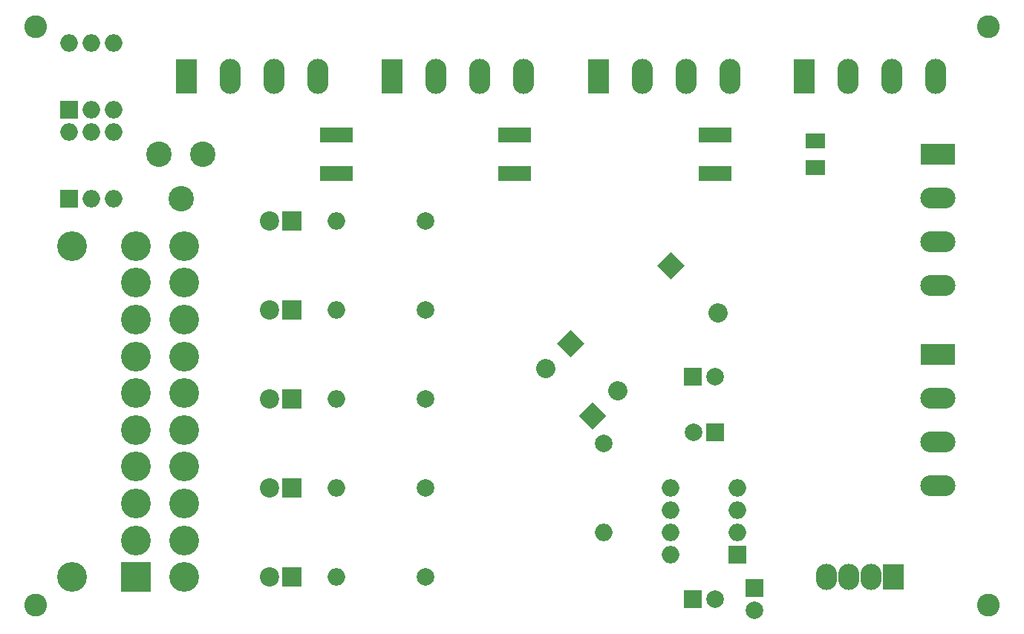
<source format=gbr>
G04 #@! TF.FileFunction,Soldermask,Top*
%FSLAX46Y46*%
G04 Gerber Fmt 4.6, Leading zero omitted, Abs format (unit mm)*
G04 Created by KiCad (PCBNEW 4.0.7) date 05/09/18 21:29:34*
%MOMM*%
%LPD*%
G01*
G04 APERTURE LIST*
%ADD10C,0.100000*%
%ADD11C,2.200000*%
%ADD12R,3.400000X3.400000*%
%ADD13C,3.400000*%
%ADD14R,2.000000X2.000000*%
%ADD15C,2.000000*%
%ADD16R,2.200000X2.200000*%
%ADD17C,2.200000*%
%ADD18R,3.800000X1.785000*%
%ADD19R,2.200000X1.795000*%
%ADD20R,2.400000X3.000000*%
%ADD21O,2.400000X3.000000*%
%ADD22O,2.000000X2.000000*%
%ADD23C,2.900000*%
%ADD24R,2.400000X4.000000*%
%ADD25O,2.400000X4.000000*%
%ADD26R,4.000000X2.400000*%
%ADD27O,4.000000X2.400000*%
%ADD28C,2.600000*%
G04 APERTURE END LIST*
D10*
G36*
X133064365Y-71120000D02*
X134620000Y-69564365D01*
X136175635Y-71120000D01*
X134620000Y-72675635D01*
X133064365Y-71120000D01*
X133064365Y-71120000D01*
G37*
D11*
X140008154Y-76508154D02*
X140008154Y-76508154D01*
D12*
X73660000Y-106680000D03*
D13*
X73660000Y-102480000D03*
X73660000Y-98280000D03*
X73660000Y-94080000D03*
X73660000Y-89880000D03*
X73660000Y-85680000D03*
X73660000Y-81480000D03*
X73660000Y-77280000D03*
X73660000Y-73080000D03*
X73660000Y-68880000D03*
X79160000Y-106680000D03*
X79160000Y-102480000D03*
X79160000Y-98280000D03*
X79160000Y-94080000D03*
X79160000Y-89880000D03*
X79160000Y-85680000D03*
X79160000Y-81480000D03*
X79160000Y-77280000D03*
X79160000Y-73080000D03*
X79160000Y-68880000D03*
X66360000Y-106680000D03*
X66360000Y-68880000D03*
D14*
X137160000Y-83820000D03*
D15*
X139660000Y-83820000D03*
D14*
X144145000Y-107950000D03*
D15*
X144145000Y-110450000D03*
D14*
X137160000Y-109220000D03*
D15*
X139660000Y-109220000D03*
D14*
X139700000Y-90170000D03*
D15*
X137200000Y-90170000D03*
D16*
X91440000Y-66040000D03*
D17*
X88900000Y-66040000D03*
D16*
X91440000Y-76200000D03*
D17*
X88900000Y-76200000D03*
D16*
X91440000Y-86360000D03*
D17*
X88900000Y-86360000D03*
D16*
X91440000Y-96520000D03*
D17*
X88900000Y-96520000D03*
D16*
X91440000Y-106680000D03*
D17*
X88900000Y-106680000D03*
D10*
G36*
X121634365Y-80010000D02*
X123190000Y-78454365D01*
X124745635Y-80010000D01*
X123190000Y-81565635D01*
X121634365Y-80010000D01*
X121634365Y-80010000D01*
G37*
D11*
X128578154Y-85398154D02*
X128578154Y-85398154D01*
D10*
G36*
X127285635Y-88265000D02*
X125730000Y-89820635D01*
X124174365Y-88265000D01*
X125730000Y-86709365D01*
X127285635Y-88265000D01*
X127285635Y-88265000D01*
G37*
D11*
X120341846Y-82876846D02*
X120341846Y-82876846D01*
D18*
X96520000Y-56227500D03*
X96520000Y-60612500D03*
X116840000Y-56227500D03*
X116840000Y-60612500D03*
X139700000Y-56227500D03*
X139700000Y-60612500D03*
D19*
X151130000Y-56902500D03*
X151130000Y-59937500D03*
D20*
X160020000Y-106680000D03*
D21*
X157480000Y-106680000D03*
X154940000Y-106680000D03*
X152400000Y-106680000D03*
D15*
X127000000Y-91440000D03*
D22*
X127000000Y-101600000D03*
D15*
X106680000Y-66040000D03*
D22*
X96520000Y-66040000D03*
D15*
X106680000Y-76200000D03*
D22*
X96520000Y-76200000D03*
D15*
X106680000Y-86360000D03*
D22*
X96520000Y-86360000D03*
D15*
X106680000Y-96520000D03*
D22*
X96520000Y-96520000D03*
D15*
X106680000Y-106680000D03*
D22*
X96520000Y-106680000D03*
D14*
X66040000Y-53340000D03*
D22*
X71120000Y-45720000D03*
X68580000Y-53340000D03*
X68580000Y-45720000D03*
X71120000Y-53340000D03*
X66040000Y-45720000D03*
D14*
X66040000Y-63500000D03*
D22*
X71120000Y-55880000D03*
X68580000Y-63500000D03*
X68580000Y-55880000D03*
X71120000Y-63500000D03*
X66040000Y-55880000D03*
D14*
X142240000Y-104140000D03*
D22*
X134620000Y-96520000D03*
X142240000Y-101600000D03*
X134620000Y-99060000D03*
X142240000Y-99060000D03*
X134620000Y-101600000D03*
X142240000Y-96520000D03*
X134620000Y-104140000D03*
D23*
X78780000Y-63460000D03*
X76280000Y-58420000D03*
X81280000Y-58420000D03*
D24*
X79375000Y-49530000D03*
D25*
X84375000Y-49530000D03*
X89375000Y-49530000D03*
X94375000Y-49530000D03*
D24*
X102870000Y-49530000D03*
D25*
X107870000Y-49530000D03*
X112870000Y-49530000D03*
X117870000Y-49530000D03*
D24*
X126365000Y-49530000D03*
D25*
X131365000Y-49530000D03*
X136365000Y-49530000D03*
X141365000Y-49530000D03*
D24*
X149860000Y-49530000D03*
D25*
X154860000Y-49530000D03*
X159860000Y-49530000D03*
X164860000Y-49530000D03*
D26*
X165100000Y-58420000D03*
D27*
X165100000Y-63420000D03*
X165100000Y-68420000D03*
X165100000Y-73420000D03*
D26*
X165100000Y-81280000D03*
D27*
X165100000Y-86280000D03*
X165100000Y-91280000D03*
X165100000Y-96280000D03*
D28*
X62230000Y-43815000D03*
X62230000Y-109855000D03*
X170815000Y-43815000D03*
X170815000Y-109855000D03*
M02*

</source>
